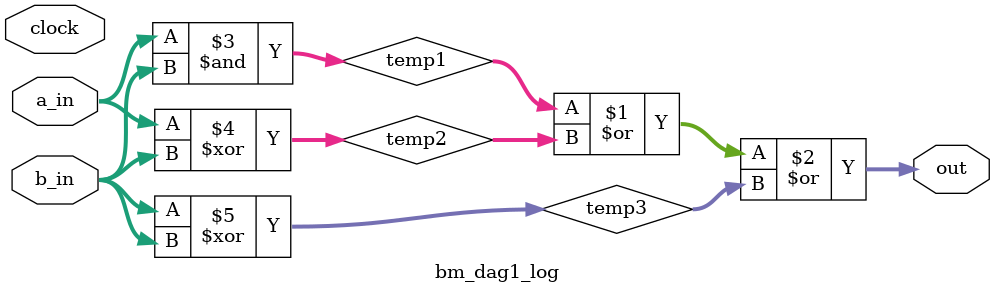
<source format=v>
`define BITS 2         // Bit width of the operands

module 	bm_dag1_log(clock, 
		a_in, 
		b_in, 
		out);

// SIGNAL DECLARATIONS
input	clock;

input [`BITS-1:0] a_in;
input [`BITS-1:0] b_in;

output [`BITS-1:0] out;

wire [`BITS-1:0]    out;
wire [`BITS-1:0]    temp1;
wire [`BITS-1:0]    temp2;
wire [`BITS-1:0]    temp3;

// ASSIGN STATEMENTS
assign out = temp1 | temp2 | temp3;
assign temp1 = a_in & b_in;
assign temp2 = a_in ^ b_in;
assign temp3 = b_in ^ b_in;

endmodule

</source>
